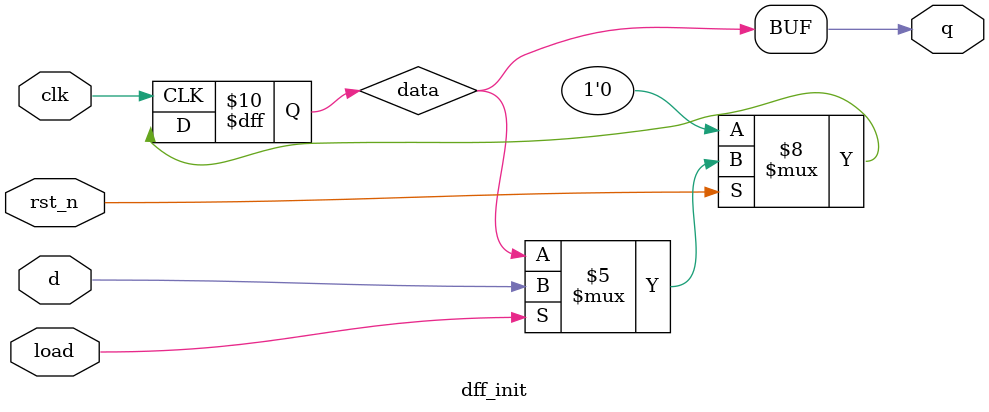
<source format=sv>
/*
 * Single-Bit D Flip-Flop with Parameterizable Reset Value
 *
 * This module implements a single-bit register with configurable reset value.
 * Designed for Yosys technology mapping compatibility - single-bit DFFs with
 * constant INIT values map cleanly to standard cell libraries.
 *
 * Features:
 *   - Parameterizable initial/reset value (1'b0 or 1'b1)
 *   - Load enable control for selective updates
 *   - Synchronous operation with active-low reset
 *
 * 20210612
 */

module dff_init (
  clk,
  rst_n,
  d,
  load,
  q
);

  parameter INIT = 1'b0;

  input wire clk;
  input wire rst_n;
  input wire d;
  input wire load;

  output wire q;

  reg data;

  assign q = data;

  initial begin
    data = 1'b0;
  end

  always @ (posedge clk) begin
    if (!rst_n) begin
      data <= INIT;
    end
    else if (load) begin
      data <= d;
    end
    else begin
      data <= data;
    end
  end

endmodule : dff_init

</source>
